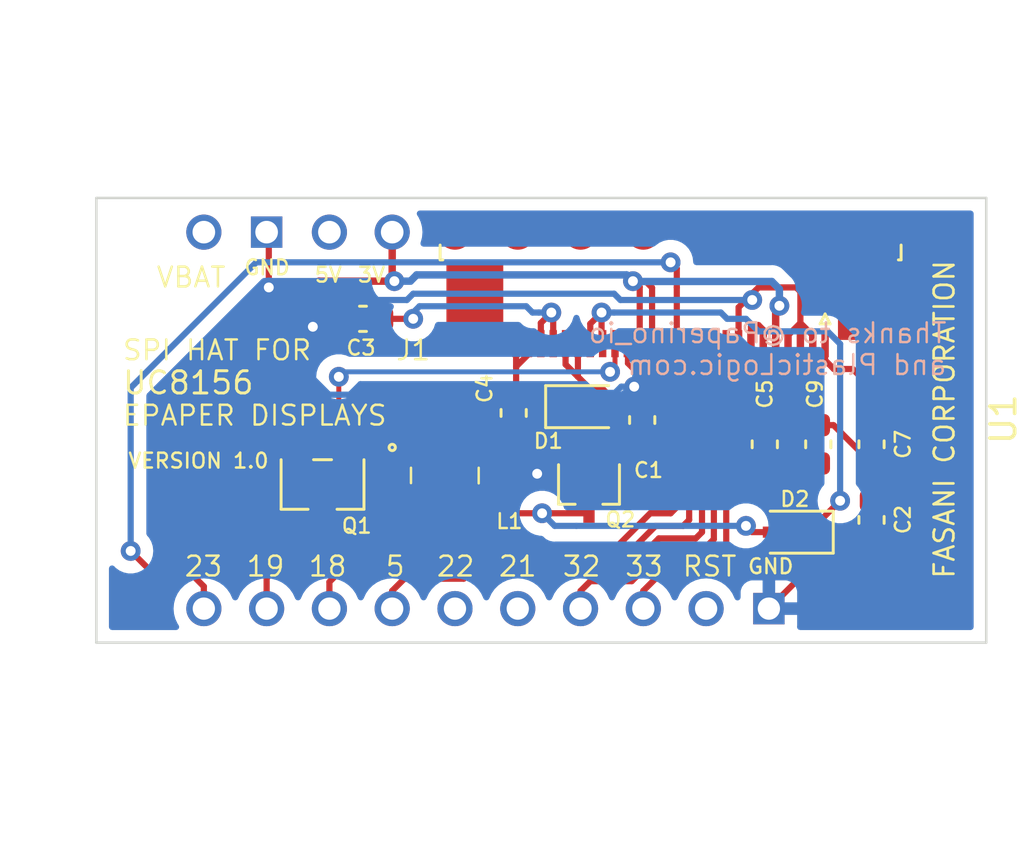
<source format=kicad_pcb>
(kicad_pcb (version 20211014) (generator pcbnew)
  (title_block (title "PlasticLogic SPI HAT for tinyPico.com ESP32") (date "2022-01-10") (rev "1.1") (company "FASANI CORPORATION"))
  (layers (0 "F.Cu" signal) (31 "B.Cu" signal) (34 "B.Paste" user) (35 "F.Paste" user) (36 "B.SilkS" user "B.Silkscreen") (37 "F.SilkS" user "F.Silkscreen") (38 "B.Mask" user) (39 "F.Mask" user) (44 "Edge.Cuts" user))
  (net 0 "")
  (net 1 "Net-(D1-Pad1)")
  (net 2 "Net-(D2-Pad2)")
  (net 3 "/GDR_P")
  (net 4 "/VDD")
  (net 5 "/GDR_N")
  (net 6 "GND")
  (net 7 "/VGL")
  (net 8 "/VGH")
  (net 9 "/TPCOM")
  (net 10 "/VDDA")
  (net 11 "/SPI_BUSY_N")
  (net 12 "/SPI_RST_N")
  (net 13 "/SPI_CS")
  (net 14 "/SPI_CLK")
  (net 15 "/SPI_MOSI")
  (net 16 "/SPI_MISO")
  (net 17 "/VSH")
  (net 18 "/VSL")
  (footprint "Capacitor_SMD:C_0603_1608Metric" (layer "F.Cu") (at 111.028 81.378)
    (fp_text reference "C3" (at -0.078 1.172) (layer "F.SilkS") (effects (font (size 0.6 0.6) (thickness 0.1))))
    (fp_text value "1µ 25V")
    (fp_line (start -0.14058 0.51) (end 0.14058 0.51) (layer "F.SilkS") (width 0.12))
    (fp_line (start -0.14058 -0.51) (end 0.14058 -0.51) (layer "F.SilkS") (width 0.12))
    (pad "1" smd roundrect (at -0.775 0) (size 0.9 0.95) (layers "F.Cu" "F.Paste" "F.Mask") (net 6 "GND"))
    (pad "2" smd roundrect (at 0.775 0) (size 0.9 0.95) (layers "F.Cu" "F.Paste" "F.Mask") (net 17 "/VSH"))
  )
  (footprint "Capacitor_SMD:C_0603_1608Metric" (layer "F.Cu") (at 129.448 86.458 90)
    (fp_text reference "C9" (at 2.032 -0.132 90) (layer "F.SilkS") (effects (font (size 0.6 0.6) (thickness 0.1))))
    (fp_text value "1µ 25V")
    (fp_line (start -0.14058 -0.51) (end 0.14058 -0.51) (layer "F.SilkS") (width 0.12))
    (fp_line (start -0.14058 0.51) (end 0.14058 0.51) (layer "F.SilkS") (width 0.12))
    (pad "1" smd roundrect (at -0.775 0 90) (size 0.9 0.95) (layers "F.Cu" "F.Paste" "F.Mask") (net 10 "/VDDA"))
    (pad "2" smd roundrect (at 0.775 0 90) (size 0.9 0.95) (layers "F.Cu" "F.Paste" "F.Mask") (net 6 "GND"))
  )
  (footprint "Connector_FFC-FPC:TE_2-1734839-6_1x26-1MP_P0.5mm_Horizontal" (layer "F.Cu") (at 123.474 81.033 180)
    (fp_text reference "J1" (at 10.414 -1.615) (layer "F.SilkS") (effects (font (size 0.8 0.8) (thickness 0.1))))
    (fp_text value "C262568")
    (fp_line (start 9.215 2.04) (end 9.325 2.04) (layer "F.SilkS") (width 0.12))
    (fp_line (start -6.25 -0.15) (end -6.05 -0.55) (layer "F.SilkS") (width 0.12))
    (fp_line (start -6.45 -0.55) (end -6.25 -0.15) (layer "F.SilkS") (width 0.12))
    (fp_line (start -9.215 2.04) (end -9.325 2.04) (layer "F.SilkS") (width 0.12))
    (fp_line (start -9.325 2.04) (end -9.325 2.64) (layer "F.SilkS") (width 0.12))
    (fp_line (start 9.325 2.04) (end 9.325 2.64) (layer "F.SilkS") (width 0.12))
    (fp_line (start -6.05 -0.55) (end -6.45 -0.55) (layer "F.SilkS") (width 0.12))
    (pad "1" smd rect (at -6.25 -1.35 180) (size 0.3 1.1) (layers "F.Cu" "F.Paste" "F.Mask") (net 9 "/TPCOM"))
    (pad "2" smd rect (at -5.75 -1.35 180) (size 0.3 1.1) (layers "F.Cu" "F.Paste" "F.Mask") (net 6 "GND"))
    (pad "3" smd rect (at -5.25 -1.35 180) (size 0.3 1.1) (layers "F.Cu" "F.Paste" "F.Mask") (net 6 "GND"))
    (pad "4" smd rect (at -4.75 -1.35 180) (size 0.3 1.1) (layers "F.Cu" "F.Paste" "F.Mask") (net 6 "GND"))
    (pad "5" smd rect (at -4.25 -1.35 180) (size 0.3 1.1) (layers "F.Cu" "F.Paste" "F.Mask") (net 10 "/VDDA"))
    (pad "6" smd rect (at -3.75 -1.35 180) (size 0.3 1.1) (layers "F.Cu" "F.Paste" "F.Mask") (net 4 "/VDD"))
    (pad "7" smd rect (at -3.25 -1.35 180) (size 0.3 1.1) (layers "F.Cu" "F.Paste" "F.Mask") (net 4 "/VDD"))
    (pad "8" smd rect (at -2.75 -1.35 180) (size 0.3 1.1) (layers "F.Cu" "F.Paste" "F.Mask") (net 6 "GND"))
    (pad "9" smd rect (at -2.25 -1.35 180) (size 0.3 1.1) (layers "F.Cu" "F.Paste" "F.Mask") (net 11 "/SPI_BUSY_N"))
    (pad "10" smd rect (at -1.75 -1.35 180) (size 0.3 1.1) (layers "F.Cu" "F.Paste" "F.Mask") (net 12 "/SPI_RST_N"))
    (pad "11" smd rect (at -1.25 -1.35 180) (size 0.3 1.1) (layers "F.Cu" "F.Paste" "F.Mask") (net 13 "/SPI_CS"))
    (pad "12" smd rect (at -0.75 -1.35 180) (size 0.3 1.1) (layers "F.Cu" "F.Paste" "F.Mask") (net 14 "/SPI_CLK"))
    (pad "13" smd rect (at -0.25 -1.35 180) (size 0.3 1.1) (layers "F.Cu" "F.Paste" "F.Mask") (net 15 "/SPI_MOSI"))
    (pad "14" smd rect (at 0.25 -1.35 180) (size 0.3 1.1) (layers "F.Cu" "F.Paste" "F.Mask") (net 16 "/SPI_MISO"))
    (pad "15" smd rect (at 0.75 -1.35 180) (size 0.3 1.1) (layers "F.Cu" "F.Paste" "F.Mask") (net 10 "/VDDA"))
    (pad "16" smd rect (at 1.25 -1.35 180) (size 0.3 1.1) (layers "F.Cu" "F.Paste" "F.Mask") (net 10 "/VDDA"))
    (pad "17" smd rect (at 1.75 -1.35 180) (size 0.3 1.1) (layers "F.Cu" "F.Paste" "F.Mask") (net 5 "/GDR_N"))
    (pad "18" smd rect (at 2.25 -1.35 180) (size 0.3 1.1) (layers "F.Cu" "F.Paste" "F.Mask") (net 3 "/GDR_P"))
    (pad "19" smd rect (at 2.75 -1.35 180) (size 0.3 1.1) (layers "F.Cu" "F.Paste" "F.Mask") (net 8 "/VGH"))
    (pad "20" smd rect (at 3.25 -1.35 180) (size 0.3 1.1) (layers "F.Cu" "F.Paste" "F.Mask") (net 8 "/VGH"))
    (pad "21" smd rect (at 3.75 -1.35 180) (size 0.3 1.1) (layers "F.Cu" "F.Paste" "F.Mask") (net 7 "/VGL"))
    (pad "22" smd rect (at 4.25 -1.35 180) (size 0.3 1.1) (layers "F.Cu" "F.Paste" "F.Mask") (net 7 "/VGL"))
    (pad "23" smd rect (at 4.75 -1.35 180) (size 0.3 1.1) (layers "F.Cu" "F.Paste" "F.Mask") (net 17 "/VSH"))
    (pad "24" smd rect (at 5.25 -1.35 180) (size 0.3 1.1) (layers "F.Cu" "F.Paste" "F.Mask") (net 17 "/VSH"))
    (pad "25" smd rect (at 5.75 -1.35 180) (size 0.3 1.1) (layers "F.Cu" "F.Paste" "F.Mask") (net 18 "/VSL"))
    (pad "26" smd rect (at 6.25 -1.35 180) (size 0.3 1.1) (layers "F.Cu" "F.Paste" "F.Mask") (net 18 "/VSL"))
    (pad "MP" smd rect (at -7.92 0.35 180) (size 2.3 3.1) (layers "F.Cu" "F.Paste" "F.Mask"))
    (pad "MP" smd rect (at 7.92 0.35 180) (size 2.3 3.1) (layers "F.Cu" "F.Paste" "F.Mask"))
  )
  (footprint "Capacitor_SMD:C_0603_1608Metric" (layer "F.Cu") (at 122.325 85.475 90)
    (fp_text reference "C1" (at -2.032 0.254 180) (layer "F.SilkS") (effects (font (size 0.6 0.6) (thickness 0.1))))
    (fp_text value "2µ2 35V")
    (fp_line (start -0.14058 -0.51) (end 0.14058 -0.51) (layer "F.SilkS") (width 0.12))
    (fp_line (start -0.14058 0.51) (end 0.14058 0.51) (layer "F.SilkS") (width 0.12))
    (pad "1" smd roundrect (at -0.775 0 90) (size 0.9 0.95) (layers "F.Cu" "F.Paste" "F.Mask") (net 7 "/VGL"))
    (pad "2" smd roundrect (at 0.775 0 90) (size 0.9 0.95) (layers "F.Cu" "F.Paste" "F.Mask") (net 6 "GND"))
  )
  (footprint "digikey-footprints:1210" (layer "F.Cu") (at 114.33 87.728 -90)
    (fp_text reference "L1" (at 1.847 -2.62 180) (layer "F.SilkS") (effects (font (size 0.6 0.6) (thickness 0.1))))
    (fp_text value "47µ")
    (fp_line (start -0.32 1.36) (end 0.3 1.36) (layer "F.SilkS") (width 0.1))
    (fp_line (start -0.32 -1.38) (end 0.31 -1.38) (layer "F.SilkS") (width 0.1))
    (pad "1" smd rect (at -1.145 0 270) (size 1.52 3.05) (layers "F.Cu" "F.Paste" "F.Mask") (net 1 "Net-(D1-Pad1)"))
    (pad "2" smd rect (at 1.145 0 270) (size 1.52 3.05) (layers "F.Cu" "F.Paste" "F.Mask") (net 2 "Net-(D2-Pad2)"))
  )
  (footprint "Diode_SMD:D_SOD-323" (layer "F.Cu") (at 119.918 84.934)
    (fp_text reference "D1" (at -1.393 1.391) (layer "F.SilkS") (effects (font (size 0.6 0.6) (thickness 0.1))))
    (fp_text value "D_Schottky")
    (fp_line (start -1.5 0.85) (end 1.05 0.85) (layer "F.SilkS") (width 0.12))
    (fp_line (start -1.5 -0.85) (end -1.5 0.85) (layer "F.SilkS") (width 0.12))
    (fp_line (start -1.5 -0.85) (end 1.05 -0.85) (layer "F.SilkS") (width 0.12))
    (pad "1" smd rect (at -1.05 0) (size 0.6 0.45) (layers "F.Cu" "F.Paste" "F.Mask") (net 1 "Net-(D1-Pad1)"))
    (pad "2" smd rect (at 1.05 0) (size 0.6 0.45) (layers "F.Cu" "F.Paste" "F.Mask") (net 7 "/VGL"))
  )
  (footprint "PLogic:TinyESP32" (layer "F.Cu") (at 118.526 85.6 90)
    (fp_text reference "U1" (at 0.158 18.41 90 unlocked) (layer "F.SilkS"))
    (fp_text value "TinypicoESP32_Symbol")
    (pad "1" thru_hole circle (at 7.73 -13.936 90) (size 1.4224 1.4224) (drill 0.9144) (layers *.Cu *.Mask))
    (pad "2" thru_hole rect (at 7.73 -11.396 90) (size 1.27 1.27) (drill 0.9144) (layers *.Cu *.Mask) (net 6 "GND"))
    (pad "3" thru_hole circle (at 7.73 -8.856 90) (size 1.4224 1.4224) (drill 0.9144) (layers *.Cu *.Mask))
    (pad "4" thru_hole circle (at 7.73 -6.316 90) (size 1.4224 1.4224) (drill 0.9144) (layers *.Cu *.Mask) (net 10 "/VDDA"))
    (pad "5" smd circle (at 7.73 -3.776 90) (size 1.4224 1.4224) (layers "F.Cu" "F.Paste" "F.Mask"))
    (pad "6" smd circle (at 7.73 -1.236 90) (size 1.4224 1.4224) (layers "F.Cu" "F.Paste" "F.Mask"))
    (pad "7" smd circle (at 7.73 1.304 90) (size 1.4224 1.4224) (layers "F.Cu" "F.Paste" "F.Mask"))
    (pad "8" smd circle (at 7.73 3.844 90) (size 1.4224 1.4224) (layers "F.Cu" "F.Paste" "F.Mask"))
    (pad "9" smd circle (at 7.73 6.384 90) (size 1.4224 1.4224) (layers "F.Cu" "F.Paste" "F.Mask"))
    (pad "10" smd circle (at 7.73 8.924 90) (size 1.4224 1.4224) (layers "F.Cu" "F.Paste" "F.Mask"))
    (pad "11" thru_hole rect (at -7.51 8.924 90) (size 1.27 1.27) (drill 0.9) (layers *.Cu *.Mask) (net 6 "GND"))
    (pad "12" thru_hole circle (at -7.51 6.384 90) (size 1.4224 1.4224) (drill 0.9) (layers *.Cu *.Mask))
    (pad "13" thru_hole circle (at -7.51 3.844 90) (size 1.4224 1.4224) (drill 0.9) (layers *.Cu *.Mask) (net 11 "/SPI_BUSY_N"))
    (pad "14" thru_hole circle (at -7.51 1.304 90) (size 1.4224 1.4224) (drill 0.9) (layers *.Cu *.Mask) (net 12 "/SPI_RST_N"))
    (pad "15" thru_hole circle (at -7.51 -1.236 90) (size 1.4224 1.4224) (drill 0.9) (layers *.Cu *.Mask))
    (pad "16" thru_hole circle (at -7.51 -3.776 90) (size 1.4224 1.4224) (drill 0.9) (layers *.Cu *.Mask))
    (pad "17" thru_hole circle (at -7.51 -6.316 90) (size 1.4224 1.4224) (drill 0.9) (layers *.Cu *.Mask) (net 13 "/SPI_CS"))
    (pad "18" thru_hole circle (at -7.51 -8.856 90) (size 1.4224 1.4224) (drill 0.9) (layers *.Cu *.Mask) (net 14 "/SPI_CLK"))
    (pad "19" thru_hole circle (at -7.51 -11.396 90) (size 1.4224 1.4224) (drill 0.9) (layers *.Cu *.Mask) (net 16 "/SPI_MISO"))
    (pad "20" thru_hole circle (at -7.51 -13.936 90) (size 1.4224 1.4224) (drill 0.9) (layers *.Cu *.Mask) (net 15 "/SPI_MOSI"))
  )
  (footprint "Capacitor_SMD:C_0603_1608Metric" (layer "F.Cu") (at 127.284 86.458 -90)
    (fp_text reference "C5" (at -2.032 0 90) (layer "F.SilkS") (effects (font (size 0.6 0.6) (thickness 0.1))))
    (fp_text value "1µ 25V")
    (fp_line (start -0.14058 -0.51) (end 0.14058 -0.51) (layer "F.SilkS") (width 0.12))
    (fp_line (start -0.14058 0.51) (end 0.14058 0.51) (layer "F.SilkS") (width 0.12))
    (pad "1" smd roundrect (at -0.775 0 270) (size 0.9 0.95) (layers "F.Cu" "F.Paste" "F.Mask") (net 4 "/VDD"))
    (pad "2" smd roundrect (at 0.775 0 270) (size 0.9 0.95) (layers "F.Cu" "F.Paste" "F.Mask") (net 6 "GND"))
  )
  (footprint "Capacitor_SMD:C_0603_1608Metric" (layer "F.Cu") (at 131.602 86.458 90)
    (fp_text reference "C7" (at 0 1.27 90) (layer "F.SilkS") (effects (font (size 0.6 0.6) (thickness 0.1))))
    (fp_text value "100n 16V")
    (fp_line (start -0.14058 -0.51) (end 0.14058 -0.51) (layer "F.SilkS") (width 0.12))
    (fp_line (start -0.14058 0.51) (end 0.14058 0.51) (layer "F.SilkS") (width 0.12))
    (pad "1" smd roundrect (at -0.775 0 90) (size 0.9 0.95) (layers "F.Cu" "F.Paste" "F.Mask") (net 6 "GND"))
    (pad "2" smd roundrect (at 0.775 0 90) (size 0.9 0.95) (layers "F.Cu" "F.Paste" "F.Mask") (net 9 "/TPCOM"))
  )
  (footprint "PLogic:FET_SI1308EDL-SOT-323" (layer "F.Cu") (at 120.172 88.0846 180)
    (fp_text reference "Q2" (at -1.27 -1.4214 180) (layer "F.SilkS") (effects (font (size 0.6 0.6) (thickness 0.1))))
    (fp_text value "MOSFET N-CH 30V 1.4A SC-70-3" hide)
    (fp_line (start 1.2319 -0.8001) (end 0.56134 -0.8001) (layer "F.SilkS") (width 0.12))
    (fp_line (start -0.56134 -0.8001) (end -1.2319 -0.8001) (layer "F.SilkS") (width 0.12))
    (fp_line (start -1.2319 -0.8001) (end -1.2319 0.8001) (layer "F.SilkS") (width 0.12))
    (fp_line (start 1.2319 0.8001) (end 1.2319 -0.8001) (layer "F.SilkS") (width 0.12))
    (pad "1" smd rect (at -0.649999 1.0414 180) (size 0.4572 1.016) (layers "F.Cu" "F.Paste" "F.Mask") (net 5 "/GDR_N"))
    (pad "2" smd rect (at 0.649999 1.0414 180) (size 0.4572 1.016) (layers "F.Cu" "F.Paste" "F.Mask") (net 6 "GND"))
    (pad "3" smd rect (at 0 -1.0414 180) (size 0.4572 1.016) (layers "F.Cu" "F.Paste" "F.Mask") (net 2 "Net-(D2-Pad2)"))
  )
  (footprint "Capacitor_SMD:C_0603_1608Metric" (layer "F.Cu") (at 117.124 85.188 90)
    (fp_text reference "C4" (at 0.988 -1.174 90) (layer "F.SilkS") (effects (font (size 0.6 0.6) (thickness 0.1))))
    (fp_text value "1µ 25V")
    (fp_line (start -0.14058 0.51) (end 0.14058 0.51) (layer "F.SilkS") (width 0.12))
    (fp_line (start -0.14058 -0.51) (end 0.14058 -0.51) (layer "F.SilkS") (width 0.12))
    (pad "1" smd roundrect (at -0.775 0 90) (size 0.9 0.95) (layers "F.Cu" "F.Paste" "F.Mask") (net 6 "GND"))
    (pad "2" smd roundrect (at 0.775 0 90) (size 0.9 0.95) (layers "F.Cu" "F.Paste" "F.Mask") (net 18 "/VSL"))
  )
  (footprint "Capacitor_SMD:C_0603_1608Metric" (layer "F.Cu") (at 131.602 89.519 -90)
    (fp_text reference "C2" (at -0.013 -1.27 90) (layer "F.SilkS") (effects (font (size 0.6 0.6) (thickness 0.1))))
    (fp_text value "2µ2 35V")
    (fp_line (start -0.14058 -0.51) (end 0.14058 -0.51) (layer "F.SilkS") (width 0.12))
    (fp_line (start -0.14058 0.51) (end 0.14058 0.51) (layer "F.SilkS") (width 0.12))
    (pad "1" smd roundrect (at -0.775 0 270) (size 0.9 0.95) (layers "F.Cu" "F.Paste" "F.Mask") (net 6 "GND"))
    (pad "2" smd roundrect (at 0.775 0 270) (size 0.9 0.95) (layers "F.Cu" "F.Paste" "F.Mask") (net 8 "/VGH"))
  )
  (footprint "Diode_SMD:D_SOD-323" (layer "F.Cu") (at 128.554 90.014 180)
    (fp_text reference "D2" (at 0.054 1.339) (layer "F.SilkS") (effects (font (size 0.6 0.6) (thickness 0.1))))
    (fp_text value "D_Schottky")
    (fp_line (start -1.5 0.85) (end 1.05 0.85) (layer "F.SilkS") (width 0.12))
    (fp_line (start -1.5 -0.85) (end 1.05 -0.85) (layer "F.SilkS") (width 0.12))
    (fp_line (start -1.5 -0.85) (end -1.5 0.85) (layer "F.SilkS") (width 0.12))
    (pad "1" smd rect (at -1.05 0 180) (size 0.6 0.45) (layers "F.Cu" "F.Paste" "F.Mask") (net 8 "/VGH"))
    (pad "2" smd rect (at 1.05 0 180) (size 0.6 0.45) (layers "F.Cu" "F.Paste" "F.Mask") (net 2 "Net-(D2-Pad2)"))
  )
  (footprint "PLogic:FET_BSR315PH6327XTSA1" (layer "F.Cu") (at 109.391999 88.0846 180)
    (fp_text reference "Q1" (at -1.382001 -1.6754 180) (layer "F.SilkS") (effects (font (size 0.6 0.6) (thickness 0.1))))
    (fp_text value "FET P-CH 60V 620Ma" hide)
    (fp_line (start -0.363261 1.0033) (end 0.363261 1.0033) (layer "F.SilkS") (width 0.12))
    (fp_line (start -1.6764 -1.0033) (end -1.6764 1.0033) (layer "F.SilkS") (width 0.12))
    (fp_line (start -0.58674 -1.0033) (end -1.6764 -1.0033) (layer "F.SilkS") (width 0.12))
    (fp_line (start 1.6764 1.0033) (end 1.6764 -1.0033) (layer "F.SilkS") (width 0.12))
    (fp_line (start 1.6764 -1.0033) (end 0.58674 -1.0033) (layer "F.SilkS") (width 0.12))
    (fp_circle (center -2.8194 1.4986) (end -2.6924 1.4986) (layer "F.SilkS") (width 0.12) (fill none))
    (pad "1" smd rect (at -0.950001 1.1938 180) (size 0.508 1.3208) (layers "F.Cu" "F.Paste" "F.Mask") (net 3 "/GDR_P"))
    (pad "2" smd rect (at 0.950001 1.1938 180) (size 0.508 1.3208) (layers "F.Cu" "F.Paste" "F.Mask") (net 10 "/VDDA"))
    (pad "3" smd rect (at 0 -1.1938 180) (size 0.508 1.3208) (layers "F.Cu" "F.Paste" "F.Mask") (net 1 "Net-(D1-Pad1)"))
  )
  (gr_line (start 100.242 94.486) (end 100.242 76.486) (layer "Edge.Cuts") (width 0.1))
  (gr_line (start 136.242 94.486) (end 100.242 94.486) (layer "Edge.Cuts") (width 0.1))
  (gr_line locked (start 136.242 76.486) (end 100.242 76.486) (layer "Edge.Cuts") (width 0.1))
  (gr_line (start 136.242 94.486) (end 136.242 76.486) (layer "Edge.Cuts") (width 0.1))
  (gr_text "Thanks to @Paperino_io\nand PlasticLogic.com" (at 134.7 82.6) (layer "B.SilkS") (effects (font (size 0.8 0.8) (thickness 0.1)) (justify left mirror)))
  (gr_text "19" (at 107.086904 91.4) (layer "F.SilkS") (effects (font (size 0.8 0.8) (thickness 0.1))))
  (gr_text "GND" (at 127.525 91.4) (layer "F.SilkS") (effects (font (size 0.6 0.6) (thickness 0.1))))
  (gr_text "SPI HAT FOR" (at 105.126191 82.648) (layer "F.SilkS") (effects (font (size 0.8 0.8) (thickness 0.1))))
  (gr_text "33" (at 122.4 91.4) (layer "F.SilkS") (effects (font (size 0.8 0.8) (thickness 0.1))))
  (gr_text "5" (at 112.332144 91.4) (layer "F.SilkS") (effects (font (size 0.8 0.8) (thickness 0.1))))
  (gr_text "3V" (at 111.375 79.6) (layer "F.SilkS") (effects (font (size 0.6 0.6) (thickness 0.1))))
  (gr_text "18" (at 109.598808 91.4) (layer "F.SilkS") (effects (font (size 0.8 0.8) (thickness 0.1))))
  (gr_text "32" (at 119.875 91.4) (layer "F.SilkS") (effects (font (size 0.8 0.8) (thickness 0.1))))
  (gr_text "RST" (at 125.05 91.4) (layer "F.SilkS") (effects (font (size 0.8 0.8) (thickness 0.1))))
  (gr_text "22" (at 114.775 91.4) (layer "F.SilkS") (effects (font (size 0.8 0.8) (thickness 0.1))))
  (gr_text "GND" (at 107.15 79.3) (layer "F.SilkS") (effects (font (size 0.6 0.6) (thickness 0.1))))
  (gr_text "VERSION 1.0" (at 104.375 87.125) (layer "F.SilkS") (effects (font (size 0.6 0.6) (thickness 0.1))))
  (gr_text "5V" (at 109.625 79.6) (layer "F.SilkS") (effects (font (size 0.6 0.6) (thickness 0.1))))
  (gr_text "VBAT" (at 104.075 79.7) (layer "F.SilkS") (effects (font (size 0.8 0.8) (thickness 0.1))))
  (gr_text "FASANI CORPORATION" (at 134.55 85.45 90) (layer "F.SilkS") (effects (font (size 0.8 0.8) (thickness 0.11))))
  (gr_text "21" (at 117.286904 91.4) (layer "F.SilkS") (effects (font (size 0.8 0.8) (thickness 0.1))))
  (gr_text "23" (at 104.575 91.4) (layer "F.SilkS") (effects (font (size 0.8 0.8) (thickness 0.1))))
  (gr_text "UC8156" (at 103.962381 83.97) (layer "F.SilkS") (effects (font (size 0.9 0.9) (thickness 0.12))))
  (gr_text "EPAPER DISPLAYS" (at 106.65 85.292) (layer "F.SilkS") (effects (font (size 0.8 0.8) (thickness 0.1))))
  (segment (start 118.14 85.188) (end 115.092 85.188) (width 0.25) (layer "F.Cu") (net 1))
  (segment (start 115.092 85.188) (end 114.33 85.95) (width 0.25) (layer "F.Cu") (net 1))
  (segment (start 112.617 86.583) (end 114.33 86.583) (width 0.3) (layer "F.Cu") (net 1))
  (segment (start 111.2 90.1) (end 111.9 89.4) (width 0.3) (layer "F.Cu") (net 1))
  (segment (start 118.394 84.934) (end 118.14 85.188) (width 0.25) (layer "F.Cu") (net 1))
  (segment (start 109.8 90.1) (end 111.2 90.1) (width 0.3) (layer "F.Cu") (net 1))
  (segment (start 118.868 84.934) (end 118.394 84.934) (width 0.25) (layer "F.Cu") (net 1))
  (segment (start 109.391999 89.691999) (end 109.8 90.1) (width 0.3) (layer "F.Cu") (net 1))
  (segment (start 114.33 85.95) (end 114.33 86.583) (width 0.25) (layer "F.Cu") (net 1))
  (segment (start 111.9 89.4) (end 111.9 87.3) (width 0.3) (layer "F.Cu") (net 1))
  (segment (start 111.9 87.3) (end 112.617 86.583) (width 0.3) (layer "F.Cu") (net 1))
  (segment (start 109.391999 89.2784) (end 109.391999 89.691999) (width 0.3) (layer "F.Cu") (net 1))
  (segment (start 120.048 89.25) (end 120.172 89.126) (width 0.25) (layer "F.Cu") (net 2))
  (segment (start 127.504 90.014) (end 126.776 90.014) (width 0.25) (layer "F.Cu") (net 2))
  (segment (start 118.275 89.25) (end 114.707 89.25) (width 0.25) (layer "F.Cu") (net 2))
  (segment (start 126.776 90.014) (end 126.522 89.76) (width 0.25) (layer "F.Cu") (net 2))
  (segment (start 114.707 89.25) (end 114.33 88.873) (width 0.25) (layer "F.Cu") (net 2))
  (segment (start 118.275 89.25) (end 120.048 89.25) (width 0.25) (layer "F.Cu") (net 2))
  (via (at 118.275 89.25) (size 0.8) (drill 0.4) (layers "F.Cu" "B.Cu") (net 2))
  (via (at 126.522 89.76) (size 0.8) (drill 0.4) (layers "F.Cu" "B.Cu") (net 2))
  (segment (start 119.664 89.76) (end 118.785 89.76) (width 0.25) (layer "B.Cu") (net 2))
  (segment (start 118.785 89.76) (end 118.275 89.25) (width 0.25) (layer "B.Cu") (net 2))
  (segment (start 126.522 89.76) (end 119.664 89.76) (width 0.25) (layer "B.Cu") (net 2))
  (segment (start 121.224 82.383) (end 121.224 83.326) (width 0.2) (layer "F.Cu") (net 3))
  (segment (start 121.224 83.326) (end 121.025 83.525) (width 0.2) (layer "F.Cu") (net 3))
  (segment (start 110.05 83.725) (end 110.05 85.734) (width 0.2) (layer "F.Cu") (net 3))
  (segment (start 110.05 85.734) (end 110.342 86.026) (width 0.2) (layer "F.Cu") (net 3))
  (segment (start 110.342 86.026) (end 110.342 86.8908) (width 0.2) (layer "F.Cu") (net 3))
  (via (at 121.025 83.525) (size 0.8) (drill 0.4) (layers "F.Cu" "B.Cu") (net 3))
  (via (at 110.05 83.725) (size 0.8) (drill 0.4) (layers "F.Cu" "B.Cu") (net 3))
  (segment (start 110.25 83.525) (end 110.05 83.725) (width 0.2) (layer "B.Cu") (net 3))
  (segment (start 121.025 83.525) (end 110.25 83.525) (width 0.2) (layer "B.Cu") (net 3))
  (segment (start 127.224 85.623) (end 127.284 85.683) (width 0.3) (layer "F.Cu") (net 4))
  (segment (start 127.224 82.383) (end 127.224 81.826) (width 0.25) (layer "F.Cu") (net 4))
  (segment (start 126.724 81.684) (end 126.724 82.383) (width 0.25) (layer "F.Cu") (net 4))
  (segment (start 127.224 81.826) (end 127.03 81.632) (width 0.25) (layer "F.Cu") (net 4))
  (segment (start 126.776 81.632) (end 126.724 81.684) (width 0.25) (layer "F.Cu") (net 4))
  (segment (start 127.03 81.632) (end 126.776 81.632) (width 0.25) (layer "F.Cu") (net 4))
  (segment (start 127.224 82.383) (end 127.224 85.623) (width 0.3) (layer "F.Cu") (net 4))
  (segment (start 122.9318 87.0432) (end 120.821999 87.0432) (width 0.2) (layer "F.Cu") (net 5))
  (segment (start 121.95 83.41) (end 122.785 83.41) (width 0.2) (layer "F.Cu") (net 5))
  (segment (start 121.724 82.383) (end 121.724 83.184) (width 0.2) (layer "F.Cu") (net 5))
  (segment (start 123.3 86.675) (end 122.9318 87.0432) (width 0.2) (layer "F.Cu") (net 5))
  (segment (start 122.785 83.41) (end 123.3 83.925) (width 0.2) (layer "F.Cu") (net 5))
  (segment (start 123.3 83.925) (end 123.3 86.675) (width 0.2) (layer "F.Cu") (net 5))
  (segment (start 121.724 83.184) (end 121.95 83.41) (width 0.2) (layer "F.Cu") (net 5))
  (segment (start 127.284 87.233) (end 128.033 87.233) (width 0.25) (layer "F.Cu") (net 6))
  (segment (start 128.554 80.108) (end 127.03 80.108) (width 0.25) (layer "F.Cu") (net 6))
  (segment (start 128.724 81.548) (end 128.724 80.278) (width 0.25) (layer "F.Cu") (net 6))
  (segment (start 128.525 87.725) (end 128.525 92.035) (width 0.25) (layer "F.Cu") (net 6))
  (segment (start 122.325 84.45) (end 122 84.125) (width 0.25) (layer "F.Cu") (net 6))
  (segment (start 129.224 82.383) (end 129.224 82.048) (width 0.25) (layer "F.Cu") (net 6))
  (segment (start 122.325 84.7) (end 122.325 84.45) (width 0.25) (layer "F.Cu") (net 6))
  (segment (start 118.6818 87.0432) (end 118.075 87.65) (width 0.25) (layer "F.Cu") (net 6))
  (segment (start 132.908 87.233) (end 131.602 87.233) (width 0.25) (layer "F.Cu") (net 6))
  (segment (start 131.602 87.233) (end 131.602 88.744) (width 0.25) (layer "F.Cu") (net 6))
  (segment (start 129.448 85.683) (end 130.065 85.683) (width 0.25) (layer "F.Cu") (net 6))
  (segment (start 117.5682 87.0432) (end 117.124 86.599) (width 0.25) (layer "F.Cu") (net 6))
  (segment (start 110.253 81.378) (end 109.322 81.378) (width 0.3) (layer "F.Cu") (net 6))
  (segment (start 126.522 80.616) (end 126.776 80.616) (width 0.25) (layer "F.Cu") (net 6))
  (segment (start 130.065 85.683) (end 131.602 87.22) (width 0.25) (layer "F.Cu") (net 6))
  (segment (start 128.224 82.383) (end 128.224 82.048) (width 0.25) (layer "F.Cu") (net 6))
  (segment (start 132.65 91.525) (end 133.45 90.725) (width 0.25) (layer "F.Cu") (net 6))
  (segment (start 133.45 87.775) (end 132.908 87.233) (width 0.25) (layer "F.Cu") (net 6))
  (segment (start 128.224 82.048) (end 128.724 81.548) (width 0.25) (layer "F.Cu") (net 6))
  (segment (start 119.522001 87.0432) (end 117.5682 87.0432) (width 0.25) (layer "F.Cu") (net 6))
  (segment (start 126.776 80.616) (end 126.776 80.362) (width 0.25) (layer "F.Cu") (net 6))
  (segment (start 126.224 80.914) (end 126.522 80.616) (width 0.25) (layer "F.Cu") (net 6))
  (segment (start 119.522001 87.0432) (end 118.6818 87.0432) (width 0.25) (layer "F.Cu") (net 6))
  (segment (start 128.724 82.383) (end 128.724 81.548) (width 0.25) (layer "F.Cu") (net 6))
  (segment (start 131.602 87.22) (end 131.602 87.233) (width 0.25) (layer "F.Cu") (net 6))
  (segment (start 128.525 92.035) (end 127.45 93.11) (width 0.25) (layer "F.Cu") (net 6))
  (segment (start 129.025 91.525) (end 132.65 91.525) (width 0.25) (layer "F.Cu") (net 6))
  (segment (start 129.224 82.048) (end 128.724 81.548) (width 0.25) (layer "F.Cu") (net 6))
  (segment (start 129.224 82.383) (end 129.224 85.459) (width 0.25) (layer "F.Cu") (net 6))
  (segment (start 109.322 81.378) (end 109 81.7) (width 0.3) (layer "F.Cu") (net 6))
  (segment (start 128.033 87.233) (end 128.525 87.725) (width 0.25) (layer "F.Cu") (net 6))
  (segment (start 133.45 90.725) (end 133.45 87.775) (width 0.25) (layer "F.Cu") (net 6))
  (segment (start 126.776 80.362) (end 127.03 80.108) (width 0.25) (layer "F.Cu") (net 6))
  (segment (start 128.724 80.278) (end 128.554 80.108) (width 0.25) (layer "F.Cu") (net 6))
  (segment (start 129.224 85.459) (end 129.448 85.683) (width 0.25) (layer "F.Cu") (net 6))
  (segment (start 128.525 92.025) (end 129.025 91.525) (width 0.25) (layer "F.Cu") (net 6))
  (segment (start 128.525 92.035) (end 128.525 92.025) (width 0.25) (layer "F.Cu") (net 6))
  (segment (start 117.124 86.599) (end 117.124 85.963) (width 0.25) (layer "F.Cu") (net 6))
  (segment (start 107.218 80.108) (end 107.218 77.958) (width 0.25) (layer "F.Cu") (net 6))
  (segment (start 126.224 82.383) (end 126.224 80.914) (width 0.25) (layer "F.Cu") (net 6))
  (segment (start 107.218 77.958) (end 107.13 77.87) (width 0.25) (layer "F.Cu") (net 6))
  (via (at 109 81.7) (size 0.8) (drill 0.4) (layers "F.Cu" "B.Cu") (net 6))
  (via (at 122 84.125) (size 0.8) (drill 0.4) (layers "F.Cu" "B.Cu") (net 6))
  (via (at 126.776 80.616) (size 0.8) (drill 0.4) (layers "F.Cu" "B.Cu") (net 6))
  (via (at 107.218 80.108) (size 0.8) (drill 0.4) (layers "F.Cu" "B.Cu") (net 6))
  (via (at 118.075 87.65) (size 0.8) (drill 0.4) (layers "F.Cu" "B.Cu") (net 6))
  (segment (start 121.188 80.362) (end 113.06 80.362) (width 0.25) (layer "B.Cu") (net 6))
  (segment (start 113.06 80.362) (end 112.806 80.616) (width 0.25) (layer "B.Cu") (net 6))
  (segment (start 109.65 84.45) (end 107.218 82.018) (width 0.25) (layer "B.Cu") (net 6))
  (segment (start 110.925 84.025) (end 110.5 84.45) (width 0.25) (layer "B.Cu") (net 6))
  (segment (start 110.5 84.45) (end 109.65 84.45) (width 0.25) (layer "B.Cu") (net 6))
  (segment (start 121.442 80.616) (end 121.188 80.362) (width 0.25) (layer "B.Cu") (net 6))
  (segment (start 121.225 84.375) (end 120.375 84.375) (width 0.25) (layer "B.Cu") (net 6))
  (segment (start 112.806 80.616) (end 107.726 80.616) (width 0.25) (layer "B.Cu") (net 6))
  (segment (start 120.375 84.375) (end 120.025 84.025) (width 0.25) (layer "B.Cu") (net 6))
  (segment (start 120.025 84.025) (end 110.925 84.025) (width 0.25) (layer "B.Cu") (net 6))
  (segment (start 126.776 80.616) (end 121.442 80.616) (width 0.25) (layer "B.Cu") (net 6))
  (segment (start 122 84.125) (end 121.475 84.125) (width 0.25) (layer "B.Cu") (net 6))
  (segment (start 107.218 82.018) (end 107.218 80.108) (width 0.25) (layer "B.Cu") (net 6))
  (segment (start 107.726 80.616) (end 107.218 80.108) (width 0.25) (layer "B.Cu") (net 6))
  (segment (start 121.475 84.125) (end 121.225 84.375) (width 0.25) (layer "B.Cu") (net 6))
  (segment (start 120.968 84.46) (end 120.968 84.934) (width 0.25) (layer "F.Cu") (net 7))
  (segment (start 120.968 84.934) (end 121.009 84.934) (width 0.25) (layer "F.Cu") (net 7))
  (segment (start 120.172 84.172) (end 120.68 84.172) (width 0.25) (layer "F.Cu") (net 7))
  (segment (start 119.724 82.383) (end 119.724 83.724) (width 0.25) (layer "F.Cu") (net 7))
  (segment (start 120.68 84.172) (end 120.968 84.46) (width 0.25) (layer "F.Cu") (net 7))
  (segment (start 119.724 83.724) (end 120.172 84.172) (width 0.25) (layer "F.Cu") (net 7))
  (segment (start 121.009 84.934) (end 122.325 86.25) (width 0.25) (layer "F.Cu") (net 7))
  (segment (start 119.224 83.224) (end 119.724 83.724) (width 0.25) (layer "F.Cu") (net 7))
  (segment (start 119.224 82.383) (end 119.224 83.224) (width 0.25) (layer "F.Cu") (net 7))
  (segment (start 120.68 81.124) (end 120.68 82.339) (width 0.25) (layer "F.Cu") (net 8))
  (segment (start 120.224 82.383) (end 120.224 81.58) (width 0.25) (layer "F.Cu") (net 8))
  (segment (start 120.224 81.58) (end 120.68 81.124) (width 0.25) (layer "F.Cu") (net 8))
  (segment (start 129.604 90.014) (end 129.604 89.472) (width 0.25) (layer "F.Cu") (net 8))
  (segment (start 120.68 82.339) (end 120.724 82.383) (width 0.25) (layer "F.Cu") (net 8))
  (segment (start 129.604 89.472) (end 130.332 88.744) (width 0.25) (layer "F.Cu") (net 8))
  (segment (start 131.322 90.014) (end 131.602 90.294) (width 0.25) (layer "F.Cu") (net 8))
  (segment (start 129.604 90.014) (end 131.322 90.014) (width 0.25) (layer "F.Cu") (net 8))
  (via (at 130.332 88.744) (size 0.8) (drill 0.4) (layers "F.Cu" "B.Cu") (net 8))
  (via (at 120.68 81.124) (size 0.8) (drill 0.4) (layers "F.Cu" "B.Cu") (net 8))
  (segment (start 125.76 81.378) (end 125.506 81.124) (width 0.25) (layer "B.Cu") (net 8))
  (segment (start 130.332 82.394) (end 129.824 81.886) (width 0.25) (layer "B.Cu") (net 8))
  (segment (start 121.188 81.124) (end 120.68 81.124) (width 0.25) (layer "B.Cu") (net 8))
  (segment (start 125.506 81.124) (end 121.188 81.124) (width 0.25) (layer "B.Cu") (net 8))
  (segment (start 126.522 81.378) (end 125.76 81.378) (width 0.25) (layer "B.Cu") (net 8))
  (segment (start 129.824 81.886) (end 127.03 81.886) (width 0.25) (layer "B.Cu") (net 8))
  (segment (start 130.332 88.744) (end 130.332 82.394) (width 0.25) (layer "B.Cu") (net 8))
  (segment (start 127.03 81.886) (end 126.522 81.378) (width 0.25) (layer "B.Cu") (net 8))
  (segment (start 129.724 83.056) (end 130.078 83.41) (width 0.25) (layer "F.Cu") (net 9))
  (segment (start 130.078 83.41) (end 130.84 83.41) (width 0.25) (layer "F.Cu") (net 9))
  (segment (start 130.84 83.41) (end 131.602 84.172) (width 0.25) (layer "F.Cu") (net 9))
  (segment (start 129.724 82.383) (end 129.724 83.056) (width 0.25) (layer "F.Cu") (net 9))
  (segment (start 131.602 84.172) (end 131.602 85.683) (width 0.25) (layer "F.Cu") (net 9))
  (segment (start 122.458 79.854) (end 121.95 79.854) (width 0.25) (layer "F.Cu") (net 10))
  (segment (start 121.99 79.854) (end 121.95 79.854) (width 0.25) (layer "F.Cu") (net 10))
  (segment (start 108.441998 84.641998) (end 108.441998 86.8908) (width 0.3) (layer "F.Cu") (net 10))
  (segment (start 122.724 80.12) (end 122.458 79.854) (width 0.25) (layer "F.Cu") (net 10))
  (segment (start 112.21 77.87) (end 112.21 79.766) (width 0.3) (layer "F.Cu") (net 10))
  (segment (start 128.4 84.1) (end 128.4 86.6) (width 0.3) (layer "F.Cu") (net 10))
  (segment (start 127.724 81.001) (end 127.875 80.85) (width 0.3) (layer "F.Cu") (net 10))
  (segment (start 127.724 82.383) (end 127.724 81.001) (width 0.3) (layer "F.Cu") (net 10))
  (segment (start 122.724 82.383) (end 122.724 80.12) (width 0.25) (layer "F.Cu") (net 10))
  (segment (start 127.724 83.424) (end 128.4 84.1) (width 0.3) (layer "F.Cu") (net 10))
  (segment (start 107.9 84.1) (end 108.441998 84.641998) (width 0.3) (layer "F.Cu") (net 10))
  (segment (start 122.224 82.383) (end 122.224 80.088) (width 0.25) (layer "F.Cu") (net 10))
  (segment (start 109.246 79.854) (end 107.9 81.2) (width 0.3) (layer "F.Cu") (net 10))
  (segment (start 112.21 79.766) (end 112.298 79.854) (width 0.3) (layer "F.Cu") (net 10))
  (segment (start 107.9 81.2) (end 107.9 84.1) (width 0.3) (layer "F.Cu") (net 10))
  (segment (start 128.4 86.6) (end 129.033 87.233) (width 0.3) (layer "F.Cu") (net 10))
  (segment (start 129.075 87.233) (end 129.448 87.233) (width 0.25) (layer "F.Cu") (net 10))
  (segment (start 112.298 79.854) (end 109.246 79.854) (width 0.3) (layer "F.Cu") (net 10))
  (segment (start 127.724 82.383) (end 127.724 83.424) (width 0.3) (layer "F.Cu") (net 10))
  (segment (start 122.224 80.088) (end 121.99 79.854) (width 0.25) (layer "F.Cu") (net 10))
  (segment (start 129.033 87.233) (end 129.448 87.233) (width 0.3) (layer "F.Cu") (net 10))
  (via (at 112.298 79.854) (size 0.8) (drill 0.4) (layers "F.Cu" "B.Cu") (net 10))
  (via (at 127.875 80.85) (size 0.8) (drill 0.4) (layers "F.Cu" "B.Cu") (net 10))
  (via (at 121.95 79.854) (size 0.8) (drill 0.4) (layers "F.Cu" "B.Cu") (net 10))
  (segment (start 121.696 79.6) (end 121.95 79.854) (width 0.3) (layer "B.Cu") (net 10))
  (segment (start 127.875 80.85) (end 127.875 80.175) (width 0.3) (layer "B.Cu") (net 10))
  (segment (start 113.2 79.6) (end 121.696 79.6) (width 0.3) (layer "B.Cu") (net 10))
  (segment (start 112.946 79.854) (end 113.2 79.6) (width 0.3) (layer "B.Cu") (net 10))
  (segment (start 127.875 80.175) (end 127.566489 79.866489) (width 0.3) (layer "B.Cu") (net 10))
  (segment (start 127.566489 79.866489) (end 121.962489 79.866489) (width 0.3) (layer "B.Cu") (net 10))
  (segment (start 112.298 79.854) (end 112.946 79.854) (width 0.3) (layer "B.Cu") (net 10))
  (segment (start 121.962489 79.866489) (end 121.95 79.854) (width 0.3) (layer "B.Cu") (net 10))
  (segment (start 122.37 92.388) (end 122.37 93.11) (width 0.25) (layer "F.Cu") (net 11))
  (segment (start 124.998 91.284) (end 123.474 91.284) (width 0.25) (layer "F.Cu") (net 11))
  (segment (start 125.724 90.558) (end 124.998 91.284) (width 0.25) (layer "F.Cu") (net 11))
  (segment (start 123.474 91.284) (end 122.37 92.388) (width 0.25) (layer "F.Cu") (net 11))
  (segment (start 125.724 82.383) (end 125.724 90.558) (width 0.25) (layer "F.Cu") (net 11))
  (segment (start 125.224 82.383) (end 125.224 90.296) (width 0.25) (layer "F.Cu") (net 12))
  (segment (start 124.744 90.776) (end 123.124 90.776) (width 0.25) (layer "F.Cu") (net 12))
  (segment (start 125.224 90.296) (end 124.744 90.776) (width 0.25) (layer "F.Cu") (net 12))
  (segment (start 123.124 90.776) (end 121.9 92) (width 0.25) (layer "F.Cu") (net 12))
  (segment (start 121.9 92) (end 120.225 92) (width 0.25) (layer "F.Cu") (net 12))
  (segment (start 119.83 92.395) (end 119.83 93.11) (width 0.25) (layer "F.Cu") (net 12))
  (segment (start 120.225 92) (end 119.83 92.395) (width 0.25) (layer "F.Cu") (net 12))
  (segment (start 112.7 91.9) (end 112.21 92.39) (width 0.25) (layer "F.Cu") (net 13))
  (segment (start 124.744 82.403) (end 124.744 90.014) (width 0.25) (layer "F.Cu") (net 13))
  (segment (start 115.44952 91.55048) (end 115.1 91.9) (width 0.25) (layer "F.Cu") (net 13))
  (segment (start 124.49 90.268) (end 122.996282 90.268) (width 0.25) (layer "F.Cu") (net 13))
  (segment (start 115.1 91.9) (end 112.7 91.9) (width 0.25) (layer "F.Cu") (net 13))
  (segment (start 112.21 92.39) (end 112.21 93.11) (width 0.25) (layer "F.Cu") (net 13))
  (segment (start 121.713802 91.55048) (end 115.44952 91.55048) (width 0.25) (layer "F.Cu") (net 13))
  (segment (start 124.724 82.383) (end 124.744 82.403) (width 0.25) (layer "F.Cu") (net 13))
  (segment (start 124.744 90.014) (end 124.49 90.268) (width 0.25) (layer "F.Cu") (net 13))
  (segment (start 122.996282 90.268) (end 121.713802 91.55048) (width 0.25) (layer "F.Cu") (net 13))
  (segment (start 124.224 89.518) (end 123.982 89.76) (width 0.25) (layer "F.Cu") (net 14))
  (segment (start 122.868564 89.76) (end 121.527604 91.10096) (width 0.25) (layer "F.Cu") (net 14))
  (segment (start 124.224 82.383) (end 124.224 89.518) (width 0.25) (layer "F.Cu") (net 14))
  (segment (start 114.8 91.4) (end 110.3 91.4) (width 0.25) (layer "F.Cu") (net 14))
  (segment (start 109.67 92.03) (end 109.67 93.11) (width 0.25) (layer "F.Cu") (net 14))
  (segment (start 110.3 91.4) (end 109.67 92.03) (width 0.25) (layer "F.Cu") (net 14))
  (segment (start 123.982 89.76) (end 122.868564 89.76) (width 0.25) (layer "F.Cu") (net 14))
  (segment (start 115.09904 91.10096) (end 114.8 91.4) (width 0.25) (layer "F.Cu") (net 14))
  (segment (start 121.527604 91.10096) (end 115.09904 91.10096) (width 0.25) (layer "F.Cu") (net 14))
  (segment (start 123.724 82.383) (end 123.724 80.104) (width 0.25) (layer "F.Cu") (net 15))
  (segment (start 101.63 90.776) (end 102.646 91.792) (width 0.25) (layer "F.Cu") (net 15))
  (segment (start 104.59 92.212) (end 104.59 93.11) (width 0.25) (layer "F.Cu") (net 15))
  (segment (start 123.724 79.342) (end 123.474 79.092) (width 0.25) (layer "F.Cu") (net 15))
  (segment (start 123.724 80.104) (end 123.724 79.342) (width 0.25) (layer "F.Cu") (net 15))
  (segment (start 104.17 91.792) (end 104.59 92.212) (width 0.25) (layer "F.Cu") (net 15))
  (segment (start 102.646 91.792) (end 104.17 91.792) (width 0.25) (layer "F.Cu") (net 15))
  (via (at 123.474 79.092) (size 0.8) (drill 0.4) (layers "F.Cu" "B.Cu") (net 15))
  (via (at 101.63 90.776) (size 0.8) (drill 0.4) (layers "F.Cu" "B.Cu") (net 15))
  (segment (start 123.474 79.092) (end 106.71 79.092) (width 0.25) (layer "B.Cu") (net 15))
  (segment (start 101.63 84.172) (end 101.63 90.776) (width 0.25) (layer "B.Cu") (net 15))
  (segment (start 106.71 79.092) (end 101.63 84.172) (width 0.25) (layer "B.Cu") (net 15))
  (segment (start 122.648 89.252) (end 121.24856 90.65144) (width 0.25) (layer "F.Cu") (net 16))
  (segment (start 123.728 88.998) (end 123.474 89.252) (width 0.25) (layer "F.Cu") (net 16))
  (segment (start 123.224 83.16) (end 123.728 83.664) (width 0.25) (layer "F.Cu") (net 16))
  (segment (start 108.04952 90.95048) (end 107.13 91.87) (width 0.25) (layer "F.Cu") (net 16))
  (segment (start 123.728 83.664) (end 123.728 88.998) (width 0.25) (layer "F.Cu") (net 16))
  (segment (start 123.474 89.252) (end 122.648 89.252) (width 0.25) (layer "F.Cu") (net 16))
  (segment (start 107.13 91.87) (end 107.13 93.11) (width 0.25) (layer "F.Cu") (net 16))
  (segment (start 121.24856 90.65144) (end 114.912843 90.65144) (width 0.25) (layer "F.Cu") (net 16))
  (segment (start 114.613803 90.95048) (end 108.04952 90.95048) (width 0.25) (layer "F.Cu") (net 16))
  (segment (start 114.912843 90.65144) (end 114.613803 90.95048) (width 0.25) (layer "F.Cu") (net 16))
  (segment (start 123.224 82.383) (end 123.224 83.16) (width 0.25) (layer "F.Cu") (net 16))
  (segment (start 118.224 81.548) (end 118.648 81.124) (width 0.25) (layer "F.Cu") (net 17))
  (segment (start 118.724 81.2) (end 118.648 81.124) (width 0.25) (layer "F.Cu") (net 17))
  (segment (start 118.724 82.383) (end 118.724 81.2) (width 0.25) (layer "F.Cu") (net 17))
  (segment (start 118.224 82.383) (end 118.224 81.548) (width 0.25) (layer "F.Cu") (net 17))
  (segment (start 113.06 81.378) (end 111.803 81.378) (width 0.25) (layer "F.Cu") (net 17))
  (via (at 113.06 81.378) (size 0.8) (drill 0.4) (layers "F.Cu" "B.Cu") (net 17))
  (via (at 118.648 81.124) (size 0.8) (drill 0.4) (layers "F.Cu" "B.Cu") (net 17))
  (segment (start 113.06 81.124) (end 113.06 81.378) (width 0.25) (layer "B.Cu") (net 17))
  (segment (start 117.886 81.124) (end 117.632 80.87) (width 0.25) (layer "B.Cu") (net 17))
  (segment (start 118.14 81.124) (end 117.886 81.124) (width 0.25) (layer "B.Cu") (net 17))
  (segment (start 117.632 80.87) (end 113.314 80.87) (width 0.25) (layer "B.Cu") (net 17))
  (segment (start 118.648 81.124) (end 118.14 81.124) (width 0.25) (layer "B.Cu") (net 17))
  (segment (start 113.314 80.87) (end 113.06 81.124) (width 0.25) (layer "B.Cu") (net 17))
  (segment (start 117.724 82.81) (end 117.224 83.31) (width 0.25) (layer "F.Cu") (net 18))
  (segment (start 117.224 82.383) (end 117.224 83.31) (width 0.25) (layer "F.Cu") (net 18))
  (segment (start 117.224 84.313) (end 117.124 84.413) (width 0.25) (layer "F.Cu") (net 18))
  (segment (start 117.724 82.383) (end 117.724 82.81) (width 0.25) (layer "F.Cu") (net 18))
  (segment (start 117.224 83.31) (end 117.224 84.313) (width 0.25) (layer "F.Cu") (net 18))
  (zone (net 6) (net_name "GND") (layer "B.Cu") (connect_pads (clearance 0.508)) (min_thickness 0.254) (fill yes (thermal_gap 0.508) (thermal_bridge_width 0.508))
    (polygon (pts (xy 136.428 94.84) (xy 99.852 94.84) (xy 99.852 76.298) (xy 136.428 76.298)))
  )
)
</source>
